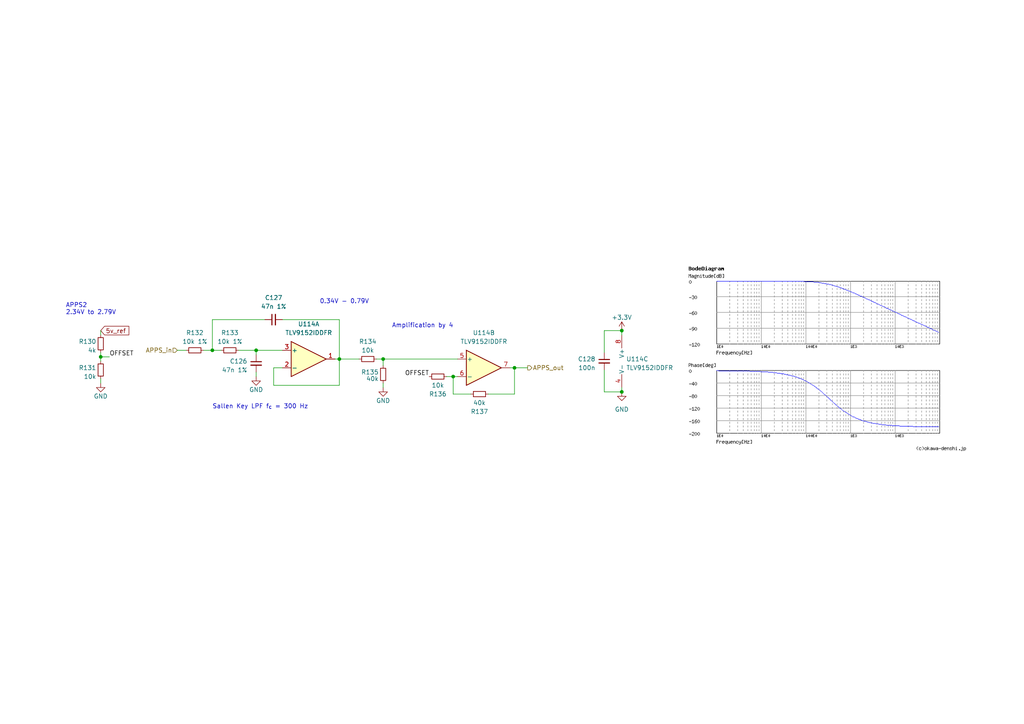
<source format=kicad_sch>
(kicad_sch (version 20231120) (generator "eeschema") (generator_version "8.0")
  (paper "A4")
  (title_block (title "APPS") (date "2023-03-11") (rev "${REVISION}") (company "Author: Szymon Kostrubiec") (comment 1 "Reviewer:"))
  (lib_symbols
    (symbol "Amplifier_Operational:TLV9062" (pin_names (offset 0.127))
      (property "Reference" "U" (at 0 5.08 0))
      (property "Value" "TLV9062" (at 0 -5.08 0))
      (symbol "TLV9062_1_1"
        (polyline (pts (xy -5.08 5.08) (xy 5.08 0) (xy -5.08 -5.08) (xy -5.08 5.08)) (stroke (width 0.254)) (fill (type background)))
        (pin output line (at 7.62 0 180) (length 2.54) (name "~") (number "1"))
        (pin input line (at -7.62 -2.54 0) (length 2.54) (name "-") (number "2"))
        (pin input line (at -7.62 2.54 0) (length 2.54) (name "+") (number "3"))
      )
      (symbol "TLV9062_2_1"
        (polyline (pts (xy -5.08 5.08) (xy 5.08 0) (xy -5.08 -5.08) (xy -5.08 5.08)) (stroke (width 0.254)) (fill (type background)))
        (pin input line (at -7.62 2.54 0) (length 2.54) (name "+") (number "5"))
        (pin input line (at -7.62 -2.54 0) (length 2.54) (name "-") (number "6"))
        (pin output line (at 7.62 0 180) (length 2.54) (name "~") (number "7"))
      )
      (symbol "TLV9062_3_1"
        (pin power_in line (at -2.54 -7.62 90) (length 3.81) (name "V-") (number "4"))
        (pin power_in line (at -2.54 7.62 270) (length 3.81) (name "V+") (number "8"))
      )
    )
    (symbol "Device:C_Small" (pin_numbers hide) (pin_names (offset 0.254) hide)
      (property "Reference" "C" (at 0.254 1.778 0))
      (property "Value" "C_Small" (at 0.254 -2.032 0))
      (symbol "C_Small_0_1"
        (polyline (pts (xy -1.524 -0.508) (xy 1.524 -0.508)) (stroke (width 0.3302)))
        (polyline (pts (xy -1.524 0.508) (xy 1.524 0.508)) (stroke (width 0.3048)))
      )
      (symbol "C_Small_1_1"
        (pin passive line (at 0 2.54 270) (length 2.032) (name "~") (number "1"))
        (pin passive line (at 0 -2.54 90) (length 2.032) (name "~") (number "2"))
      )
    )
    (symbol "Device:R_Small" (pin_numbers hide) (pin_names (offset 0.254) hide)
      (property "Reference" "R" (at 0.762 0.508 0))
      (property "Value" "R_Small" (at 0.762 -1.016 0))
      (symbol "R_Small_0_1"
        (rectangle (start -0.762 1.778) (end 0.762 -1.778) (stroke (width 0.2032)))
      )
      (symbol "R_Small_1_1"
        (pin passive line (at 0 2.54 270) (length 0.762) (name "~") (number "1"))
        (pin passive line (at 0 -2.54 90) (length 0.762) (name "~") (number "2"))
      )
    )
    (symbol "power:+3.3V" (power) (pin_names (offset 0))
      (property "Value" "+3.3V" (at 0 3.556 0))
      (symbol "+3.3V_0_1"
        (polyline (pts (xy -0.762 1.27) (xy 0 2.54)))
        (polyline (pts (xy 0 0) (xy 0 2.54)))
        (polyline (pts (xy 0 2.54) (xy 0.762 1.27)))
      )
      (symbol "+3.3V_1_1"
        (pin power_in line (at 0 0 90) (length 0) hide (name "+3.3V") (number "1"))
      )
    )
    (symbol "power:GND" (power) (pin_names (offset 0))
      (property "Value" "GND" (at 0 -3.81 0))
      (symbol "GND_0_1"
        (polyline (pts (xy 0 0) (xy 0 -1.27) (xy 1.27 -1.27) (xy 0 -2.54) (xy -1.27 -1.27) (xy 0 -1.27)))
      )
      (symbol "GND_1_1"
        (pin power_in line (at 0 0 270) (length 0) hide (name "GND") (number "1"))
      )
    )
  )
  (junction (at 180.34 95.885))
  (junction (at 180.34 113.665))
  (junction (at 29.21 103.505))
  (junction (at 131.445 109.22))
  (junction (at 98.425 104.14))
  (junction (at 149.225 106.68))
  (junction (at 111.125 104.14))
  (junction (at 61.595 101.6))
  (junction (at 74.295 101.6))
  (wire (pts (xy 97.155 104.14) (xy 98.425 104.14)))
  (wire (pts (xy 141.605 114.3) (xy 149.225 114.3)))
  (wire (pts (xy 69.215 101.6) (xy 74.295 101.6)))
  (wire (pts (xy 111.125 104.14) (xy 132.715 104.14)))
  (wire (pts (xy 109.22 104.14) (xy 111.125 104.14)))
  (wire (pts (xy 61.595 101.6) (xy 64.135 101.6)))
  (wire (pts (xy 98.425 92.71) (xy 81.915 92.71)))
  (wire (pts (xy 180.34 112.395) (xy 180.34 113.665)))
  (wire (pts (xy 74.295 107.95) (xy 74.295 109.22)))
  (wire (pts (xy 29.21 95.885) (xy 29.21 97.155)))
  (wire (pts (xy 79.375 106.68) (xy 81.915 106.68)))
  (wire (pts (xy 98.425 104.14) (xy 98.425 111.76)))
  (wire (pts (xy 111.125 111.125) (xy 111.125 112.395)))
  (wire (pts (xy 29.21 103.505) (xy 29.21 104.775)))
  (wire (pts (xy 29.21 109.855) (xy 29.21 111.125)))
  (wire (pts (xy 51.435 101.6) (xy 53.975 101.6)))
  (wire (pts (xy 147.955 106.68) (xy 149.225 106.68)))
  (wire (pts (xy 61.595 101.6) (xy 61.595 92.71)))
  (wire (pts (xy 59.055 101.6) (xy 61.595 101.6)))
  (wire (pts (xy 175.26 113.665) (xy 180.34 113.665)))
  (wire (pts (xy 129.54 109.22) (xy 131.445 109.22)))
  (wire (pts (xy 98.425 111.76) (xy 79.375 111.76)))
  (wire (pts (xy 131.445 114.3) (xy 131.445 109.22)))
  (wire (pts (xy 74.295 101.6) (xy 81.915 101.6)))
  (wire (pts (xy 175.26 95.885) (xy 180.34 95.885)))
  (wire (pts (xy 111.125 104.14) (xy 111.125 106.045)))
  (wire (pts (xy 74.295 102.87) (xy 74.295 101.6)))
  (wire (pts (xy 79.375 111.76) (xy 79.375 106.68)))
  (wire (pts (xy 31.75 103.505) (xy 29.21 103.505)))
  (wire (pts (xy 149.225 106.68) (xy 153.035 106.68)))
  (wire (pts (xy 136.525 114.3) (xy 131.445 114.3)))
  (wire (pts (xy 131.445 109.22) (xy 132.715 109.22)))
  (wire (pts (xy 175.26 102.235) (xy 175.26 95.885)))
  (wire (pts (xy 61.595 92.71) (xy 76.835 92.71)))
  (wire (pts (xy 98.425 104.14) (xy 104.14 104.14)))
  (wire (pts (xy 180.34 95.885) (xy 180.34 97.155)))
  (wire (pts (xy 175.26 107.315) (xy 175.26 113.665)))
  (wire (pts (xy 29.21 102.235) (xy 29.21 103.505)))
  (wire (pts (xy 149.225 114.3) (xy 149.225 106.68)))
  (wire (pts (xy 98.425 104.14) (xy 98.425 92.71)))
  (image (at 240.157 103.886) (scale 0.498614))
  (text "0.34V - 0.79V" (at 92.71 88.265 0) (effects (font (size 1.27 1.27)) (justify left bottom)))
  (text "Amplification by 4" (at 113.665 95.25 0) (effects (font (size 1.27 1.27)) (justify left bottom)))
  (text "APPS2\n2.34V to 2.79V" (at 19.05 91.44 0) (effects (font (size 1.27 1.27)) (justify left bottom)))
  (text "Sallen Key LPF f_{c} = 300 Hz" (at 61.595 118.745 0) (effects (font (size 1.27 1.27)) (justify left bottom)))
  (label "OFFSET" (at 124.46 109.22 180))
  (label "OFFSET" (at 31.75 103.505 0))
  (global_label "5v_ref" (shape input) (at 29.21 95.885 0) (property "Intersheetrefs" "${INTERSHEET_REFS}" (effects (hide yes))))
  (hierarchical_label "APPS_in" (shape input) (at 51.435 101.6 180))
  (hierarchical_label "APPS_out" (shape output) (at 153.035 106.68 0))
  (symbol (lib_id "power:GND") (at 29.21 111.125 0) (mirror y) (unit 1)
    (property "Reference" "#PWR0157" (effects (hide yes)))
    (property "Value" "GND" (at 29.21 114.935 0))
    (instances (project "PUTM_EV_Frontbox_2023" (path "" (reference "#PWR0157") (unit 1)) (path "" (reference "#PWR0162") (unit 1))))
  )
  (symbol (lib_id "Device:R_Small") (at 139.065 114.3 270) (unit 1)
    (property "Reference" "R137" (at 139.065 119.38 90))
    (property "Value" "40k" (at 139.065 116.84 90))
    (property "Footprint" "Resistor_SMD:R_0402_1005Metric" (effects (hide yes)))
    (instances (project "PUTM_EV_Frontbox_2023" (path "" (reference "R137") (unit 1)) (path "" (reference "R237") (unit 1))))
  )
  (symbol (lib_id "Device:R_Small") (at 106.68 104.14 270) (unit 1)
    (property "Reference" "R134" (at 106.68 99.06 90))
    (property "Value" "10k" (at 106.68 101.6 90))
    (property "Footprint" "Resistor_SMD:R_0402_1005Metric" (effects (hide yes)))
    (instances (project "PUTM_EV_Frontbox_2023" (path "" (reference "R134") (unit 1)) (path "" (reference "R234") (unit 1))))
  )
  (symbol (lib_id "power:GND") (at 180.34 113.665 0) (unit 1)
    (property "Reference" "#PWR0154" (effects (hide yes)))
    (property "Value" "GND" (at 180.34 118.745 0))
    (instances (project "PUTM_EV_Frontbox_2023" (path "" (reference "#PWR0154") (unit 1)) (path "" (reference "#PWR0159") (unit 1))))
  )
  (symbol (lib_id "Amplifier_Operational:TLV9062") (at 182.88 104.775 0) (unit 3)
    (property "Reference" "U114" (at 181.61 104.14 0) (effects (justify left)))
    (property "Value" "TLV9152IDDFR" (at 181.61 106.68 0) (effects (justify left)))
    (property "Footprint" "Package_TO_SOT_SMD:TSOT-23-8_HandSoldering" (effects (hide yes)))
    (property "Datasheet" "https://www.ti.com/lit/ds/symlink/tlv9151.pdf?HQS=dis-mous-null-mousermode-dsf-pf-null-wwe&ts=1677335283651&ref_url=https%253A%252F%252Fwww.mouser.pl%252F" (effects (hide yes)))
    (instances (project "PUTM_EV_Frontbox_2023" (path "" (reference "U114") (unit 3)) (path "" (reference "U213") (unit 3))))
  )
  (symbol (lib_id "Device:R_Small") (at 56.515 101.6 90) (unit 1)
    (property "Reference" "R132" (at 56.515 96.52 90))
    (property "Value" "10k 1%" (at 56.515 99.06 90))
    (property "Footprint" "Resistor_SMD:R_0402_1005Metric" (effects (hide yes)))
    (instances (project "PUTM_EV_Frontbox_2023" (path "" (reference "R132") (unit 1)) (path "" (reference "R232") (unit 1))))
  )
  (symbol (lib_id "Device:R_Small") (at 29.21 99.695 0) (mirror y) (unit 1)
    (property "Reference" "R130" (at 27.94 99.06 0) (effects (justify left)))
    (property "Value" "4k" (at 27.94 101.6 0) (effects (justify left)))
    (property "Footprint" "Resistor_SMD:R_0402_1005Metric" (effects (hide yes)))
    (instances (project "PUTM_EV_Frontbox_2023" (path "" (reference "R130") (unit 1)) (path "" (reference "R230") (unit 1))))
  )
  (symbol (lib_id "power:+3.3V") (at 180.34 95.885 0) (unit 1)
    (property "Reference" "#PWR0155" (effects (hide yes)))
    (property "Value" "+3.3V" (at 180.34 92.075 0))
    (instances (project "PUTM_EV_Frontbox_2023" (path "" (reference "#PWR0155") (unit 1)) (path "" (reference "#PWR0160") (unit 1))))
  )
  (symbol (lib_id "Device:R_Small") (at 29.21 107.315 0) (mirror y) (unit 1)
    (property "Reference" "R131" (at 27.94 106.68 0) (effects (justify left)))
    (property "Value" "10k" (at 27.94 109.22 0) (effects (justify left)))
    (property "Footprint" "Resistor_SMD:R_0402_1005Metric" (effects (hide yes)))
    (instances (project "PUTM_EV_Frontbox_2023" (path "" (reference "R131") (unit 1)) (path "" (reference "R231") (unit 1))))
  )
  (symbol (lib_id "Device:R_Small") (at 127 109.22 270) (unit 1)
    (property "Reference" "R136" (at 127 114.3 90))
    (property "Value" "10k" (at 127 111.76 90))
    (property "Footprint" "Resistor_SMD:R_0402_1005Metric" (effects (hide yes)))
    (instances (project "PUTM_EV_Frontbox_2023" (path "" (reference "R136") (unit 1)) (path "" (reference "R236") (unit 1))))
  )
  (symbol (lib_id "Amplifier_Operational:TLV9062") (at 140.335 106.68 0) (unit 2)
    (property "Reference" "U114" (at 140.335 96.52 0))
    (property "Value" "TLV9152IDDFR" (at 140.335 99.06 0))
    (property "Footprint" "Package_TO_SOT_SMD:TSOT-23-8_HandSoldering" (effects (hide yes)))
    (property "Datasheet" "https://www.ti.com/lit/ds/symlink/tlv9151.pdf?HQS=dis-mous-null-mousermode-dsf-pf-null-wwe&ts=1677335283651&ref_url=https%253A%252F%252Fwww.mouser.pl%252F" (effects (hide yes)))
    (instances (project "PUTM_EV_Frontbox_2023" (path "" (reference "U114") (unit 2)) (path "" (reference "U213") (unit 2))))
  )
  (symbol (lib_id "power:GND") (at 111.125 112.395 0) (unit 1)
    (property "Reference" "#PWR0156" (effects (hide yes)))
    (property "Value" "GND" (at 111.125 116.205 0))
    (instances (project "PUTM_EV_Frontbox_2023" (path "" (reference "#PWR0156") (unit 1)) (path "" (reference "#PWR0161") (unit 1))))
  )
  (symbol (lib_id "power:GND") (at 74.295 109.22 0) (unit 1)
    (property "Reference" "#PWR0158" (effects (hide yes)))
    (property "Value" "GND" (at 74.295 113.03 0))
    (instances (project "PUTM_EV_Frontbox_2023" (path "" (reference "#PWR0158") (unit 1)) (path "" (reference "#PWR0163") (unit 1))))
  )
  (symbol (lib_id "Device:C_Small") (at 175.26 104.775 0) (unit 1)
    (property "Reference" "C128" (at 172.72 104.1463 0) (effects (justify right)))
    (property "Value" "100n" (at 172.72 106.6863 0) (effects (justify right)))
    (property "Footprint" "Capacitor_SMD:C_0402_1005Metric_Pad0.74x0.62mm_HandSolder" (effects (hide yes)))
    (instances (project "PUTM_EV_Frontbox_2023" (path "" (reference "C128") (unit 1)) (path "" (reference "C228") (unit 1))))
  )
  (symbol (lib_id "Device:R_Small") (at 111.125 108.585 0) (mirror y) (unit 1)
    (property "Reference" "R135" (at 109.855 107.95 0) (effects (justify left)))
    (property "Value" "40k" (at 109.855 109.855 0) (effects (justify left)))
    (property "Footprint" "Resistor_SMD:R_0402_1005Metric" (effects (hide yes)))
    (instances (project "PUTM_EV_Frontbox_2023" (path "" (reference "R135") (unit 1)) (path "" (reference "R235") (unit 1))))
  )
  (symbol (lib_id "Device:C_Small") (at 79.375 92.71 90) (unit 1)
    (property "Reference" "C127" (at 79.3813 86.36 90))
    (property "Value" "47n 1%" (at 79.3813 88.9 90))
    (property "Footprint" "Capacitor_SMD:C_0402_1005Metric_Pad0.74x0.62mm_HandSolder" (effects (hide yes)))
    (instances (project "PUTM_EV_Frontbox_2023" (path "" (reference "C127") (unit 1)) (path "" (reference "C227") (unit 1))))
  )
  (symbol (lib_id "Device:C_Small") (at 74.295 105.41 0) (unit 1)
    (property "Reference" "C126" (at 71.755 104.7813 0) (effects (justify right)))
    (property "Value" "47n 1%" (at 71.755 107.3213 0) (effects (justify right)))
    (property "Footprint" "Capacitor_SMD:C_0402_1005Metric_Pad0.74x0.62mm_HandSolder" (effects (hide yes)))
    (instances (project "PUTM_EV_Frontbox_2023" (path "" (reference "C126") (unit 1)) (path "" (reference "C226") (unit 1))))
  )
  (symbol (lib_id "Device:R_Small") (at 66.675 101.6 90) (unit 1)
    (property "Reference" "R133" (at 66.675 96.52 90))
    (property "Value" "10k 1%" (at 66.675 99.06 90))
    (property "Footprint" "Resistor_SMD:R_0402_1005Metric" (effects (hide yes)))
    (instances (project "PUTM_EV_Frontbox_2023" (path "" (reference "R133") (unit 1)) (path "" (reference "R233") (unit 1))))
  )
  (symbol (lib_id "Amplifier_Operational:TLV9062") (at 89.535 104.14 0) (unit 1)
    (property "Reference" "U114" (at 89.535 93.98 0))
    (property "Value" "TLV9152IDDFR" (at 89.535 96.52 0))
    (property "Footprint" "Package_TO_SOT_SMD:TSOT-23-8_HandSoldering" (effects (hide yes)))
    (property "Datasheet" "https://www.ti.com/lit/ds/symlink/tlv9151.pdf?HQS=dis-mous-null-mousermode-dsf-pf-null-wwe&ts=1677335283651&ref_url=https%253A%252F%252Fwww.mouser.pl%252F" (effects (hide yes)))
    (instances (project "PUTM_EV_Frontbox_2023" (path "" (reference "U114") (unit 1)) (path "" (reference "U213") (unit 1))))
  )
)
</source>
